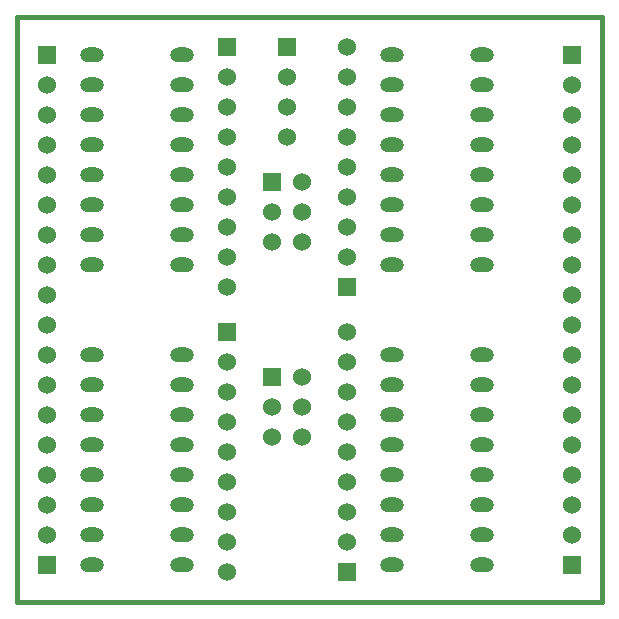
<source format=gbs>
G04 (created by PCBNEW (2013-01-23 BZR 3920)-testing) date Thu 24 Jan 2013 01:04:39 AM CET*
%MOIN*%
G04 Gerber Fmt 3.4, Leading zero omitted, Abs format*
%FSLAX34Y34*%
G01*
G70*
G90*
G04 APERTURE LIST*
%ADD10C,2.3622e-06*%
%ADD11C,0.015*%
%ADD12R,0.06X0.06*%
%ADD13C,0.06*%
%ADD14O,0.08X0.05*%
G04 APERTURE END LIST*
G54D10*
G54D11*
X76250Y-13750D02*
X76250Y-33250D01*
X56750Y-13750D02*
X76250Y-13750D01*
X56750Y-33250D02*
X76250Y-33250D01*
X56750Y-13750D02*
X56750Y-33250D01*
G54D12*
X65250Y-25750D03*
G54D13*
X66250Y-25750D03*
X65250Y-26750D03*
X66250Y-26750D03*
X65250Y-27750D03*
X66250Y-27750D03*
G54D12*
X65250Y-19250D03*
G54D13*
X66250Y-19250D03*
X65250Y-20250D03*
X66250Y-20250D03*
X65250Y-21250D03*
X66250Y-21250D03*
G54D14*
X59250Y-15000D03*
X59250Y-16000D03*
X59250Y-17000D03*
X59250Y-18000D03*
X59250Y-19000D03*
X59250Y-20000D03*
X59250Y-21000D03*
X59250Y-22000D03*
X62250Y-22000D03*
X62250Y-21000D03*
X62250Y-20000D03*
X62250Y-19000D03*
X62250Y-18000D03*
X62250Y-17000D03*
X62250Y-16000D03*
X62250Y-15000D03*
X72250Y-22000D03*
X72250Y-21000D03*
X72250Y-20000D03*
X72250Y-19000D03*
X72250Y-18000D03*
X72250Y-17000D03*
X72250Y-16000D03*
X72250Y-15000D03*
X69250Y-15000D03*
X69250Y-16000D03*
X69250Y-17000D03*
X69250Y-18000D03*
X69250Y-19000D03*
X69250Y-20000D03*
X69250Y-21000D03*
X69250Y-22000D03*
X72250Y-32000D03*
X72250Y-31000D03*
X72250Y-30000D03*
X72250Y-29000D03*
X72250Y-28000D03*
X72250Y-27000D03*
X72250Y-26000D03*
X72250Y-25000D03*
X69250Y-25000D03*
X69250Y-26000D03*
X69250Y-27000D03*
X69250Y-28000D03*
X69250Y-29000D03*
X69250Y-30000D03*
X69250Y-31000D03*
X69250Y-32000D03*
X59250Y-25000D03*
X59250Y-26000D03*
X59250Y-27000D03*
X59250Y-28000D03*
X59250Y-29000D03*
X59250Y-30000D03*
X59250Y-31000D03*
X59250Y-32000D03*
X62250Y-32000D03*
X62250Y-31000D03*
X62250Y-30000D03*
X62250Y-29000D03*
X62250Y-28000D03*
X62250Y-27000D03*
X62250Y-26000D03*
X62250Y-25000D03*
G54D12*
X65750Y-14750D03*
G54D13*
X65750Y-15750D03*
X65750Y-16750D03*
X65750Y-17750D03*
G54D12*
X57750Y-15000D03*
G54D13*
X57750Y-16000D03*
X57750Y-17000D03*
X57750Y-18000D03*
X57750Y-19000D03*
X57750Y-20000D03*
X57750Y-21000D03*
X57750Y-22000D03*
X57750Y-23000D03*
G54D12*
X57750Y-32000D03*
G54D13*
X57750Y-31000D03*
X57750Y-30000D03*
X57750Y-29000D03*
X57750Y-28000D03*
X57750Y-27000D03*
X57750Y-26000D03*
X57750Y-25000D03*
X57750Y-24000D03*
G54D12*
X75250Y-15000D03*
G54D13*
X75250Y-16000D03*
X75250Y-17000D03*
X75250Y-18000D03*
X75250Y-19000D03*
X75250Y-20000D03*
X75250Y-21000D03*
X75250Y-22000D03*
X75250Y-23000D03*
G54D12*
X75250Y-32000D03*
G54D13*
X75250Y-31000D03*
X75250Y-30000D03*
X75250Y-29000D03*
X75250Y-28000D03*
X75250Y-27000D03*
X75250Y-26000D03*
X75250Y-25000D03*
X75250Y-24000D03*
G54D12*
X63750Y-14750D03*
G54D13*
X63750Y-15750D03*
X63750Y-16750D03*
X63750Y-17750D03*
X63750Y-18750D03*
X63750Y-19750D03*
X63750Y-20750D03*
X63750Y-21750D03*
X63750Y-22750D03*
G54D12*
X63750Y-24250D03*
G54D13*
X63750Y-25250D03*
X63750Y-26250D03*
X63750Y-27250D03*
X63750Y-28250D03*
X63750Y-29250D03*
X63750Y-30250D03*
X63750Y-31250D03*
X63750Y-32250D03*
G54D12*
X67750Y-22750D03*
G54D13*
X67750Y-21750D03*
X67750Y-20750D03*
X67750Y-19750D03*
X67750Y-18750D03*
X67750Y-17750D03*
X67750Y-16750D03*
X67750Y-15750D03*
X67750Y-14750D03*
G54D12*
X67750Y-32250D03*
G54D13*
X67750Y-31250D03*
X67750Y-30250D03*
X67750Y-29250D03*
X67750Y-28250D03*
X67750Y-27250D03*
X67750Y-26250D03*
X67750Y-25250D03*
X67750Y-24250D03*
M02*

</source>
